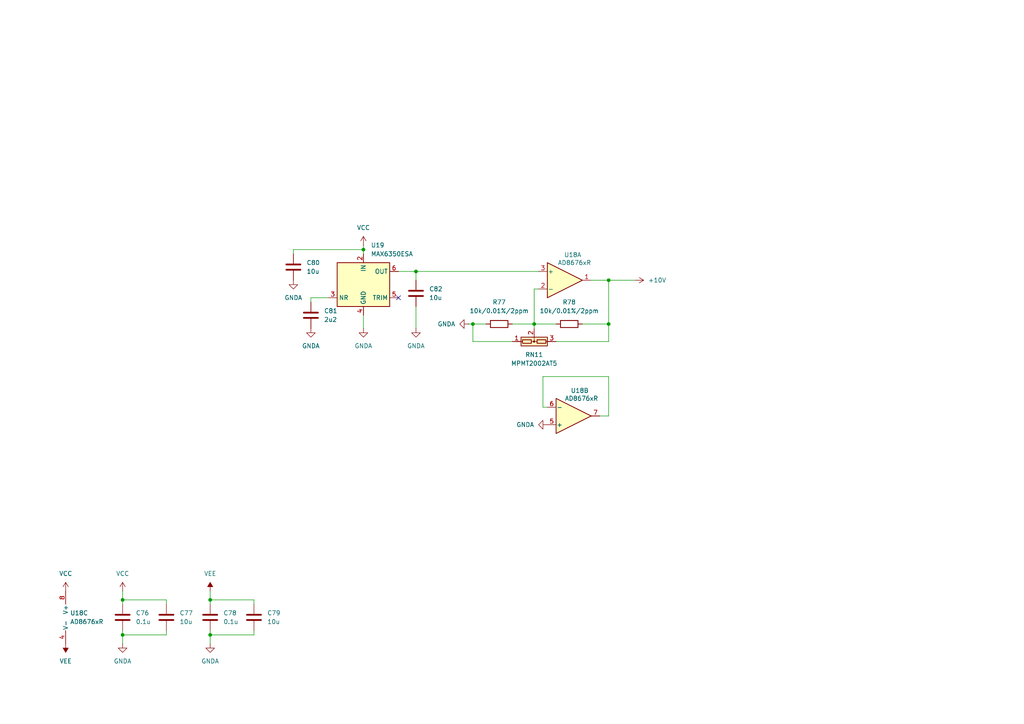
<source format=kicad_sch>
(kicad_sch (version 20250114) (generator "eeschema") (generator_version "9.0")
  (paper "A4")
  (lib_symbols
    (symbol "Amplifier_Operational:AD8676xR" (pin_names (offset 0.127))
      (property "Reference" "U" (at 2.54 6.35 0))
      (property "Value" "AD8676xR" (at 2.54 3.81 0))
      (symbol "AD8676xR_1_1"
        (polyline (pts (xy 5.08 0) (xy -5.08 5.08) (xy -5.08 -5.08) (xy 5.08 0)) (stroke (width 0.254)) (fill (type background)))
        (pin input line (at -7.62 2.54 0) (length 2.54) (name "+") (number "3"))
        (pin input line (at -7.62 -2.54 0) (length 2.54) (name "-") (number "2"))
        (pin output line (at 7.62 0 180) (length 2.54) (name "~") (number "1"))
      )
      (symbol "AD8676xR_2_1"
        (polyline (pts (xy 5.08 0) (xy -5.08 5.08) (xy -5.08 -5.08) (xy 5.08 0)) (stroke (width 0.254)) (fill (type background)))
        (pin input line (at -7.62 2.54 0) (length 2.54) (name "+") (number "5"))
        (pin input line (at -7.62 -2.54 0) (length 2.54) (name "-") (number "6"))
        (pin output line (at 7.62 0 180) (length 2.54) (name "~") (number "7"))
      )
      (symbol "AD8676xR_3_1"
        (pin power_in line (at 0 7.62 270) (length 3.81) (name "V+") (number "8"))
        (pin power_in line (at 0 -7.62 90) (length 3.81) (name "V-") (number "4"))
      )
    )
    (symbol "Device:C" (pin_numbers (hide yes)) (pin_names (offset 0.254))
      (property "Reference" "C" (at 0.635 2.54 0))
      (property "Value" "C" (at 0.635 -2.54 0))
      (symbol "C_0_1"
        (polyline (pts (xy -2.032 0.762) (xy 2.032 0.762)) (stroke (width 0.508)))
        (polyline (pts (xy -2.032 -0.762) (xy 2.032 -0.762)) (stroke (width 0.508)))
      )
      (symbol "C_1_1"
        (pin passive line (at 0 3.81 270) (length 2.794) (name "~") (number "1"))
        (pin passive line (at 0 -3.81 90) (length 2.794) (name "~") (number "2"))
      )
    )
    (symbol "Device:R" (pin_numbers (hide yes)) (pin_names (offset 0))
      (property "Reference" "R" (at 2.032 0 90))
      (property "Value" "R" (at 0 0 90))
      (symbol "R_0_1"
        (rectangle (start -1.016 -2.54) (end 1.016 2.54) (stroke (width 0.254)))
      )
      (symbol "R_1_1"
        (pin passive line (at 0 3.81 270) (length 1.27) (name "~") (number "1"))
        (pin passive line (at 0 -3.81 90) (length 1.27) (name "~") (number "2"))
      )
    )
    (symbol "Device:VoltageDivider" (pin_names (offset 0) (hide yes))
      (property "Reference" "RN" (at -4.445 0 90))
      (property "Value" "VoltageDivider" (at -2.54 0 90))
      (symbol "VoltageDivider_0_1"
        (rectangle (start -1.27 -3.81) (end 1.27 3.81) (stroke (width 0.254)) (fill (type background)))
        (rectangle (start -0.508 3.3782) (end 0.508 0.8382) (stroke (width 0.254)))
        (rectangle (start -0.508 -3.3782) (end 0.508 -0.8382) (stroke (width 0.254)))
        (polyline (pts (xy 0 5.08) (xy 0 3.3782)))
        (polyline (pts (xy 0 0.889) (xy 0 -0.889)))
        (circle (center 0 0.0254) (radius 0.254) (fill (type outline)))
        (polyline (pts (xy 0 -5.08) (xy 0 -3.429)))
        (polyline (pts (xy 1.27 0) (xy 0 0)))
      )
      (symbol "VoltageDivider_1_1"
        (pin passive line (at 0 6.35 270) (length 2.54) (name "~") (number "1"))
        (pin passive line (at 0 -6.35 90) (length 2.54) (name "~") (number "3"))
        (pin passive line (at 3.81 0 180) (length 2.54) (name "~") (number "2"))
      )
    )
    (symbol "Reference_Voltage:MAX6350"
      (property "Reference" "U" (at 1.27 6.35 0))
      (property "Value" "MAX6350" (at 1.27 -8.89 0))
      (symbol "MAX6350_0_1"
        (rectangle (start -7.62 5.08) (end 7.62 -7.62) (stroke (width 0.254)) (fill (type background)))
      )
      (symbol "MAX6350_1_1"
        (pin passive line (at -10.16 -5.08 0) (length 2.54) (name "NR") (number "3"))
        (pin no_connect line (at -7.62 -2.54 0) (length 2.54) (hide yes) (name "NC") (number "1"))
        (pin power_in line (at 0 7.62 270) (length 2.54) (name "IN") (number "2"))
        (pin power_in line (at 0 -10.16 90) (length 2.54) (name "GND") (number "4"))
        (pin no_connect line (at 7.62 0 180) (length 2.54) (hide yes) (name "NC") (number "7"))
        (pin no_connect line (at 7.62 -2.54 180) (length 2.54) (hide yes) (name "NC") (number "8"))
        (pin power_out line (at 10.16 2.54 180) (length 2.54) (name "OUT") (number "6"))
        (pin passive line (at 10.16 -5.08 180) (length 2.54) (name "TRIM") (number "5"))
      )
    )
    (symbol "power:+10V" (power) (pin_numbers (hide yes)) (pin_names (offset 0) (hide yes))
      (property "Value" "+10V" (at 0 3.556 0))
      (symbol "+10V_0_1"
        (polyline (pts (xy -0.762 1.27) (xy 0 2.54)))
        (polyline (pts (xy 0 2.54) (xy 0.762 1.27)))
        (polyline (pts (xy 0 0) (xy 0 2.54)))
      )
      (symbol "+10V_1_1"
        (pin power_in line (at 0 0 90) (length 0) (name "~") (number "1"))
      )
    )
    (symbol "power:GNDA" (power) (pin_numbers (hide yes)) (pin_names (offset 0) (hide yes))
      (property "Value" "GNDA" (at 0 -3.81 0))
      (symbol "GNDA_0_1"
        (polyline (pts (xy 0 0) (xy 0 -1.27) (xy 1.27 -1.27) (xy 0 -2.54) (xy -1.27 -1.27) (xy 0 -1.27)))
      )
      (symbol "GNDA_1_1"
        (pin power_in line (at 0 0 270) (length 0) (name "~") (number "1"))
      )
    )
    (symbol "power:VCC" (power) (pin_numbers (hide yes)) (pin_names (offset 0) (hide yes))
      (property "Value" "VCC" (at 0 3.556 0))
      (symbol "VCC_0_1"
        (polyline (pts (xy -0.762 1.27) (xy 0 2.54)))
        (polyline (pts (xy 0 2.54) (xy 0.762 1.27)))
        (polyline (pts (xy 0 0) (xy 0 2.54)))
      )
      (symbol "VCC_1_1"
        (pin power_in line (at 0 0 90) (length 0) (name "~") (number "1"))
      )
    )
    (symbol "power:VEE" (power) (pin_numbers (hide yes)) (pin_names (offset 0) (hide yes))
      (property "Value" "VEE" (at 0 3.556 0))
      (symbol "VEE_0_1"
        (polyline (pts (xy 0 0) (xy 0 2.54)))
        (polyline (pts (xy 0.762 1.27) (xy -0.762 1.27) (xy 0 2.54) (xy 0.762 1.27)) (fill (type outline)))
      )
      (symbol "VEE_1_1"
        (pin power_in line (at 0 0 90) (length 0) (name "~") (number "1"))
      )
    )
  )
  (junction (at 60.96 173.99))
  (junction (at 176.53 81.28))
  (junction (at 120.65 78.74))
  (junction (at 35.56 184.15))
  (junction (at 35.56 173.99))
  (junction (at 176.53 93.98))
  (junction (at 105.41 72.39))
  (junction (at 137.16 93.98))
  (junction (at 60.96 184.15))
  (junction (at 154.94 93.98))
  (no_connect (at 115.57 86.36))
  (wire (pts (xy 120.65 81.28) (xy 120.65 78.74)))
  (wire (pts (xy 60.96 184.15) (xy 60.96 186.69)))
  (wire (pts (xy 154.94 83.82) (xy 154.94 93.98)))
  (wire (pts (xy 35.56 184.15) (xy 48.26 184.15)))
  (wire (pts (xy 135.89 93.98) (xy 137.16 93.98)))
  (wire (pts (xy 120.65 95.25) (xy 120.65 88.9)))
  (wire (pts (xy 105.41 71.12) (xy 105.41 72.39)))
  (wire (pts (xy 176.53 81.28) (xy 184.15 81.28)))
  (wire (pts (xy 90.17 86.36) (xy 95.25 86.36)))
  (wire (pts (xy 176.53 81.28) (xy 171.45 81.28)))
  (wire (pts (xy 73.66 175.26) (xy 73.66 173.99)))
  (wire (pts (xy 60.96 173.99) (xy 73.66 173.99)))
  (wire (pts (xy 48.26 175.26) (xy 48.26 173.99)))
  (wire (pts (xy 105.41 91.44) (xy 105.41 95.25)))
  (wire (pts (xy 35.56 182.88) (xy 35.56 184.15)))
  (wire (pts (xy 148.59 99.06) (xy 137.16 99.06)))
  (wire (pts (xy 173.99 120.65) (xy 176.53 120.65)))
  (wire (pts (xy 154.94 93.98) (xy 154.94 95.25)))
  (wire (pts (xy 120.65 78.74) (xy 156.21 78.74)))
  (wire (pts (xy 161.29 99.06) (xy 176.53 99.06)))
  (wire (pts (xy 168.91 93.98) (xy 176.53 93.98)))
  (wire (pts (xy 60.96 182.88) (xy 60.96 184.15)))
  (wire (pts (xy 85.09 73.66) (xy 85.09 72.39)))
  (wire (pts (xy 154.94 93.98) (xy 161.29 93.98)))
  (wire (pts (xy 156.21 83.82) (xy 154.94 83.82)))
  (wire (pts (xy 137.16 93.98) (xy 140.97 93.98)))
  (wire (pts (xy 176.53 93.98) (xy 176.53 81.28)))
  (wire (pts (xy 120.65 78.74) (xy 115.57 78.74)))
  (wire (pts (xy 60.96 184.15) (xy 73.66 184.15)))
  (wire (pts (xy 176.53 120.65) (xy 176.53 109.22)))
  (wire (pts (xy 157.48 118.11) (xy 157.48 109.22)))
  (wire (pts (xy 90.17 87.63) (xy 90.17 86.36)))
  (wire (pts (xy 60.96 171.45) (xy 60.96 173.99)))
  (wire (pts (xy 158.75 118.11) (xy 157.48 118.11)))
  (wire (pts (xy 73.66 184.15) (xy 73.66 182.88)))
  (wire (pts (xy 60.96 173.99) (xy 60.96 175.26)))
  (wire (pts (xy 35.56 171.45) (xy 35.56 173.99)))
  (wire (pts (xy 105.41 72.39) (xy 105.41 73.66)))
  (wire (pts (xy 35.56 184.15) (xy 35.56 186.69)))
  (wire (pts (xy 148.59 93.98) (xy 154.94 93.98)))
  (wire (pts (xy 176.53 93.98) (xy 176.53 99.06)))
  (wire (pts (xy 48.26 184.15) (xy 48.26 182.88)))
  (wire (pts (xy 35.56 173.99) (xy 48.26 173.99)))
  (wire (pts (xy 85.09 72.39) (xy 105.41 72.39)))
  (wire (pts (xy 157.48 109.22) (xy 176.53 109.22)))
  (wire (pts (xy 35.56 173.99) (xy 35.56 175.26)))
  (wire (pts (xy 137.16 93.98) (xy 137.16 99.06)))
  (symbol (lib_id "power:GNDA") (at 60.96 186.69 0) (unit 1)
    (property "Reference" "#PWR0160" (effects (hide yes)))
    (property "Value" "GNDA" (at 60.96 191.77 0))
    (property "Description" "Power symbol creates a global label with name \"GNDA\" , analog ground" (effects (hide yes)))
    (instances (project "ETH1CALIB1" (path "" (reference "#PWR0160") (unit 1))) (project "ETH1CALIB1" (path "" (reference "#PWR07") (unit 1))))
  )
  (symbol (lib_id "Device:C") (at 35.56 179.07 0) (unit 1)
    (property "Reference" "C76" (at 39.37 177.7999 0) (effects (justify left)))
    (property "Value" "0.1u" (at 39.37 180.3399 0) (effects (justify left)))
    (property "Footprint" "Capacitor_SMD:C_0603_1608Metric" (effects (hide yes)))
    (property "Description" "Unpolarized capacitor" (effects (hide yes)))
    (instances (project "" (path "" (reference "C76") (unit 1))) (project "" (path "" (reference "C1") (unit 1))))
  )
  (symbol (lib_id "power:VCC") (at 35.56 171.45 0) (unit 1)
    (property "Reference" "#PWR0157" (effects (hide yes)))
    (property "Value" "VCC" (at 35.56 166.37 0))
    (property "Description" "Power symbol creates a global label with name \"VCC\"" (effects (hide yes)))
    (instances (project "ETH1CALIB1" (path "" (reference "#PWR0157") (unit 1))) (project "ETH1CALIB1" (path "" (reference "#PWR03") (unit 1))))
  )
  (symbol (lib_id "power:VCC") (at 105.41 71.12 0) (unit 1)
    (property "Reference" "#PWR0163" (effects (hide yes)))
    (property "Value" "VCC" (at 105.41 66.04 0))
    (property "Description" "Power symbol creates a global label with name \"VCC\"" (effects (hide yes)))
    (instances (project "" (path "" (reference "#PWR0163") (unit 1))) (project "" (path "" (reference "#PWR09") (unit 1))))
  )
  (symbol (lib_id "Device:VoltageDivider") (at 154.94 99.06 90) (unit 1)
    (property "Reference" "RN11" (at 154.94 102.87 90))
    (property "Value" "MPMT2002AT5" (at 154.94 105.41 90))
    (property "Footprint" "Package_TO_SOT_SMD:SOT-23" (effects (hide yes)))
    (property "Description" "Voltage divider" (effects (hide yes)))
  )
  (symbol (lib_id "power:VEE") (at 60.96 171.45 0) (unit 1)
    (property "Reference" "#PWR0159" (effects (hide yes)))
    (property "Value" "VEE" (at 60.96 166.37 0))
    (property "Description" "Power symbol creates a global label with name \"VEE\"" (effects (hide yes)))
    (instances (project "ETH1CALIB1" (path "" (reference "#PWR0159") (unit 1))) (project "ETH1CALIB1" (path "" (reference "#PWR06") (unit 1))))
  )
  (symbol (lib_id "power:GNDA") (at 135.89 93.98 270) (unit 1)
    (property "Reference" "#PWR0166" (effects (hide yes)))
    (property "Value" "GNDA" (at 132.08 93.9799 90) (effects (justify right)))
    (property "Description" "Power symbol creates a global label with name \"GNDA\" , analog ground" (effects (hide yes)))
    (instances (project "ETH1CALIB1" (path "" (reference "#PWR0166") (unit 1))) (project "ETH1CALIB1" (path "" (reference "#PWR012") (unit 1))))
  )
  (symbol (lib_id "Device:R") (at 165.1 93.98 90) (unit 1)
    (property "Reference" "R78" (at 165.1 87.63 90))
    (property "Value" "10k/0.01%/2ppm" (at 165.1 90.17 90))
    (property "Footprint" "Resistor_SMD:R_0603_1608Metric" (effects (hide yes)))
    (property "Description" "Resistor" (effects (hide yes)))
    (instances (project "" (path "" (reference "R78") (unit 1))) (project "" (path "" (reference "R2") (unit 1))))
  )
  (symbol (lib_id "Device:R") (at 144.78 93.98 90) (unit 1)
    (property "Reference" "R77" (at 144.78 87.63 90))
    (property "Value" "10k/0.01%/2ppm" (at 144.78 90.17 90))
    (property "Footprint" "Resistor_SMD:R_0603_1608Metric" (effects (hide yes)))
    (property "Description" "Resistor" (effects (hide yes)))
    (instances (project "ETH1CALIB1" (path "" (reference "R77") (unit 1))) (project "ETH1CALIB1" (path "" (reference "R1") (unit 1))))
  )
  (symbol (lib_id "Device:C") (at 73.66 179.07 0) (unit 1)
    (property "Reference" "C79" (at 77.47 177.7999 0) (effects (justify left)))
    (property "Value" "10u" (at 77.47 180.3399 0) (effects (justify left)))
    (property "Footprint" "Capacitor_SMD:C_1206_3216Metric" (effects (hide yes)))
    (property "Description" "Unpolarized capacitor" (effects (hide yes)))
    (instances (project "ETH1CALIB1" (path "" (reference "C79") (unit 1))) (project "ETH1CALIB1" (path "" (reference "C6") (unit 1))))
  )
  (symbol (lib_id "Device:C") (at 48.26 179.07 0) (unit 1)
    (property "Reference" "C77" (at 52.07 177.7999 0) (effects (justify left)))
    (property "Value" "10u" (at 52.07 180.3399 0) (effects (justify left)))
    (property "Footprint" "Capacitor_SMD:C_1206_3216Metric" (effects (hide yes)))
    (property "Description" "Unpolarized capacitor" (effects (hide yes)))
    (instances (project "ETH1CALIB1" (path "" (reference "C77") (unit 1))) (project "ETH1CALIB1" (path "" (reference "C2") (unit 1))))
  )
  (symbol (lib_id "Device:C") (at 90.17 91.44 0) (unit 1)
    (property "Reference" "C81" (at 93.98 90.1699 0) (effects (justify left)))
    (property "Value" "2u2" (at 93.98 92.7099 0) (effects (justify left)))
    (property "Footprint" "Capacitor_SMD:C_0805_2012Metric" (effects (hide yes)))
    (property "Description" "Unpolarized capacitor" (effects (hide yes)))
    (instances (project "" (path "" (reference "C81") (unit 1))) (project "" (path "" (reference "C5") (unit 1))))
  )
  (symbol (lib_id "power:VEE") (at 19.05 186.69 180) (unit 1)
    (property "Reference" "#PWR0156" (effects (hide yes)))
    (property "Value" "VEE" (at 19.05 191.77 0))
    (property "Description" "Power symbol creates a global label with name \"VEE\"" (effects (hide yes)))
    (instances (project "" (path "" (reference "#PWR0156") (unit 1))) (project "" (path "" (reference "#PWR02") (unit 1))))
  )
  (symbol (lib_id "power:+10V") (at 184.15 81.28 270) (unit 1)
    (property "Reference" "#PWR0168" (effects (hide yes)))
    (property "Value" "+10V" (at 187.96 81.2799 90) (effects (justify left)))
    (property "Description" "Power symbol creates a global label with name \"+10V\"" (effects (hide yes)))
  )
  (symbol (lib_id "Amplifier_Operational:AD8676xR") (at 163.83 81.28 0) (unit 1)
    (property "Reference" "U18" (at 166.116 73.914 0))
    (property "Value" "AD8676xR" (at 166.624 76.2 0))
    (property "Footprint" "Package_SO:SOIC-8_3.9x4.9mm_P1.27mm" (effects (hide yes)))
    (property "Datasheet" "https://www.analog.com/media/en/technical-documentation/data-sheets/AD8676.pdf" (effects (hide yes)))
    (property "Description" "Dual operational amplifier, Ultra-precision, 36V, Rail-to-rail output, SOIC-8" (effects (hide yes)))
    (instances (project "" (path "" (reference "U18") (unit 1))) (project "" (path "" (reference "U1") (unit 1))))
  )
  (symbol (lib_id "Amplifier_Operational:AD8676xR") (at 166.37 120.65 0) (mirror x) (unit 2)
    (property "Reference" "U18" (at 168.148 113.284 0))
    (property "Value" "AD8676xR" (at 168.656 115.57 0))
    (property "Footprint" "Package_SO:SOIC-8_3.9x4.9mm_P1.27mm" (effects (hide yes)))
    (property "Datasheet" "https://www.analog.com/media/en/technical-documentation/data-sheets/AD8676.pdf" (effects (hide yes)))
    (property "Description" "Dual operational amplifier, Ultra-precision, 36V, Rail-to-rail output, SOIC-8" (effects (hide yes)))
    (instances (project "" (path "" (reference "U18") (unit 2))) (project "" (path "" (reference "U1") (unit 2))))
  )
  (symbol (lib_id "power:GNDA") (at 120.65 95.25 0) (unit 1)
    (property "Reference" "#PWR0165" (effects (hide yes)))
    (property "Value" "GNDA" (at 120.65 100.33 0))
    (property "Description" "Power symbol creates a global label with name \"GNDA\" , analog ground" (effects (hide yes)))
    (instances (project "ETH1CALIB1" (path "" (reference "#PWR0165") (unit 1))) (project "ETH1CALIB1" (path "" (reference "#PWR011") (unit 1))))
  )
  (symbol (lib_id "power:GNDA") (at 105.41 95.25 0) (unit 1)
    (property "Reference" "#PWR0164" (effects (hide yes)))
    (property "Value" "GNDA" (at 105.41 100.33 0))
    (property "Description" "Power symbol creates a global label with name \"GNDA\" , analog ground" (effects (hide yes)))
    (instances (project "ETH1CALIB1" (path "" (reference "#PWR0164") (unit 1))) (project "ETH1CALIB1" (path "" (reference "#PWR010") (unit 1))))
  )
  (symbol (lib_id "power:GNDA") (at 85.09 81.28 0) (unit 1)
    (property "Reference" "#PWR0161" (effects (hide yes)))
    (property "Value" "GNDA" (at 85.09 86.36 0))
    (property "Description" "Power symbol creates a global label with name \"GNDA\" , analog ground" (effects (hide yes)))
    (instances (project "ETH1CALIB1" (path "" (reference "#PWR0161") (unit 1))) (project "ETH1CALIB1" (path "" (reference "#PWR05") (unit 1))))
  )
  (symbol (lib_id "power:GNDA") (at 158.75 123.19 270) (unit 1)
    (property "Reference" "#PWR0167" (effects (hide yes)))
    (property "Value" "GNDA" (at 154.94 123.1899 90) (effects (justify right)))
    (property "Description" "Power symbol creates a global label with name \"GNDA\" , analog ground" (effects (hide yes)))
    (instances (project "ETH1CALIB1" (path "" (reference "#PWR0167") (unit 1))) (project "ETH1CALIB1" (path "" (reference "#PWR013") (unit 1))))
  )
  (symbol (lib_id "Amplifier_Operational:AD8676xR") (at 19.05 179.07 0) (unit 3)
    (property "Reference" "U18" (at 20.32 177.7999 0) (effects (justify left)))
    (property "Value" "AD8676xR" (at 20.32 180.3399 0) (effects (justify left)))
    (property "Footprint" "Package_SO:SOIC-8_3.9x4.9mm_P1.27mm" (effects (hide yes)))
    (property "Datasheet" "https://www.analog.com/media/en/technical-documentation/data-sheets/AD8676.pdf" (effects (hide yes)))
    (property "Description" "Dual operational amplifier, Ultra-precision, 36V, Rail-to-rail output, SOIC-8" (effects (hide yes)))
    (instances (project "" (path "" (reference "U18") (unit 3))) (project "" (path "" (reference "U1") (unit 3))))
  )
  (symbol (lib_id "Reference_Voltage:MAX6350") (at 105.41 81.28 0) (unit 1)
    (property "Reference" "U19" (at 107.5533 71.12 0) (effects (justify left)))
    (property "Value" "MAX6350ESA" (at 107.5533 73.66 0) (effects (justify left)))
    (property "Footprint" "Package_SO:SOIC-8_3.9x4.9mm_P1.27mm" (effects (hide yes)))
    (property "Datasheet" "http://datasheets.maximintegrated.com/en/ds/MAX6325-MAX6350.pdf" (effects (hide yes)))
    (property "Description" "0.5ppm/°C Low-Noise +5V Voltage Reference, SO-8/DIP-8" (effects (hide yes)))
    (instances (project "" (path "" (reference "U19") (unit 1))) (project "" (path "" (reference "U2") (unit 1))))
  )
  (symbol (lib_id "power:VCC") (at 19.05 171.45 0) (unit 1)
    (property "Reference" "#PWR0155" (effects (hide yes)))
    (property "Value" "VCC" (at 19.05 166.37 0))
    (property "Description" "Power symbol creates a global label with name \"VCC\"" (effects (hide yes)))
    (instances (project "" (path "" (reference "#PWR0155") (unit 1))) (project "" (path "" (reference "#PWR01") (unit 1))))
  )
  (symbol (lib_id "power:GNDA") (at 35.56 186.69 0) (unit 1)
    (property "Reference" "#PWR0158" (effects (hide yes)))
    (property "Value" "GNDA" (at 35.56 191.77 0))
    (property "Description" "Power symbol creates a global label with name \"GNDA\" , analog ground" (effects (hide yes)))
    (instances (project "" (path "" (reference "#PWR0158") (unit 1))) (project "" (path "" (reference "#PWR04") (unit 1))))
  )
  (symbol (lib_id "power:GNDA") (at 90.17 95.25 0) (unit 1)
    (property "Reference" "#PWR0162" (effects (hide yes)))
    (property "Value" "GNDA" (at 90.17 100.33 0))
    (property "Description" "Power symbol creates a global label with name \"GNDA\" , analog ground" (effects (hide yes)))
    (instances (project "" (path "" (reference "#PWR0162") (unit 1))) (project "" (path "" (reference "#PWR08") (unit 1))))
  )
  (symbol (lib_id "Device:C") (at 120.65 85.09 0) (unit 1)
    (property "Reference" "C82" (at 124.46 83.8199 0) (effects (justify left)))
    (property "Value" "10u" (at 124.46 86.3599 0) (effects (justify left)))
    (property "Footprint" "Capacitor_SMD:C_1206_3216Metric" (effects (hide yes)))
    (property "Description" "Unpolarized capacitor" (effects (hide yes)))
    (instances (project "ETH1CALIB1" (path "" (reference "C82") (unit 1))) (project "ETH1CALIB1" (path "" (reference "C7") (unit 1))))
  )
  (symbol (lib_id "Device:C") (at 85.09 77.47 0) (unit 1)
    (property "Reference" "C80" (at 88.9 76.1999 0) (effects (justify left)))
    (property "Value" "10u" (at 88.9 78.7399 0) (effects (justify left)))
    (property "Footprint" "Capacitor_SMD:C_1206_3216Metric" (effects (hide yes)))
    (property "Description" "Unpolarized capacitor" (effects (hide yes)))
    (instances (project "ETH1CALIB1" (path "" (reference "C80") (unit 1))) (project "ETH1CALIB1" (path "" (reference "C3") (unit 1))))
  )
  (symbol (lib_id "Device:C") (at 60.96 179.07 0) (unit 1)
    (property "Reference" "C78" (at 64.77 177.7999 0) (effects (justify left)))
    (property "Value" "0.1u" (at 64.77 180.3399 0) (effects (justify left)))
    (property "Footprint" "Capacitor_SMD:C_0603_1608Metric" (effects (hide yes)))
    (property "Description" "Unpolarized capacitor" (effects (hide yes)))
    (instances (project "ETH1CALIB1" (path "" (reference "C78") (unit 1))) (project "ETH1CALIB1" (path "" (reference "C4") (unit 1))))
  )
)
</source>
